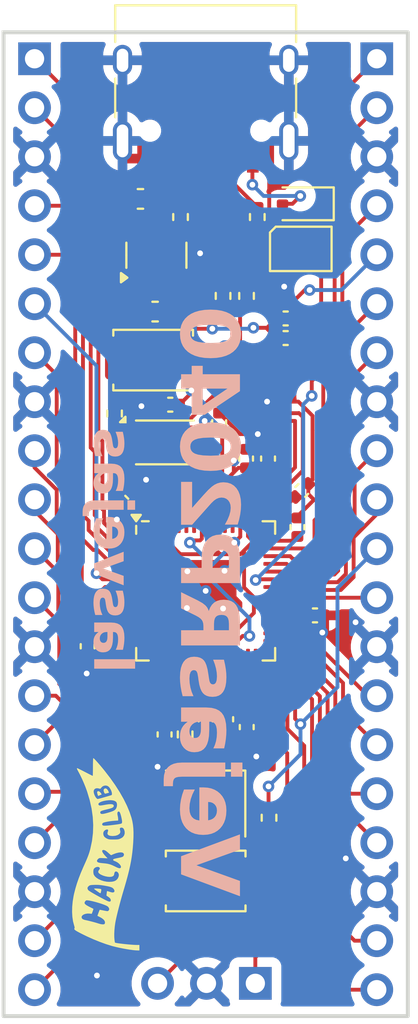
<source format=kicad_pcb>
(kicad_pcb (version 20241229) (generator "pcbnew") (generator_version "9.0")
  (layers (0 "F.Cu" signal) (2 "B.Cu" signal) (13 "F.Paste" user) (15 "B.Paste" user) (5 "F.SilkS" user "F.Silkscreen") (7 "B.SilkS" user "B.Silkscreen") (1 "F.Mask" user) (3 "B.Mask" user) (25 "Edge.Cuts" user))
  (net 0 "")
  (net 1 "+3V3")
  (net 2 "GND")
  (net 3 "+1V1")
  (net 4 "VBUS")
  (net 5 "Net-(C15-Pad2)")
  (net 6 "XIN")
  (net 7 "Net-(J1-CC2)")
  (net 8 "USB_D-")
  (net 9 "Net-(J1-CC1)")
  (net 10 "USB_D+")
  (net 11 "Net-(R8-Pad1)")
  (net 12 "GPIO16")
  (net 13 "GPIO20")
  (net 14 "GPIO23")
  (net 15 "GPIO17")
  (net 16 "GPIO29_ADC3")
  (net 17 "GPIO26_ADC0")
  (net 18 "GPIO22")
  (net 19 "GPIO24")
  (net 20 "GPIO19")
  (net 21 "GPIO28_ADC2")
  (net 22 "GPIO18")
  (net 23 "GPIO27_ADC1")
  (net 24 "GPIO21")
  (net 25 "GPIO13")
  (net 26 "GPIO8")
  (net 27 "GPIO3")
  (net 28 "GPIO6")
  (net 29 "GPIO11")
  (net 30 "GPIO7")
  (net 31 "GPIO14")
  (net 32 "GPIO10")
  (net 33 "GPIO5")
  (net 34 "GPIO12")
  (net 35 "GPIO15")
  (net 36 "GPIO1")
  (net 37 "GPIO0")
  (net 38 "GPIO4")
  (net 39 "GPIO9")
  (net 40 "GPIO2")
  (net 41 "SWD")
  (net 42 "SWCLK")
  (net 43 "Net-(U1-USB_DP)")
  (net 44 "Net-(U1-USB_DM)")
  (net 45 "XOUT")
  (net 46 "QSPI_SS")
  (net 47 "Net-(R7-Pad1)")
  (net 48 "QSPI_SD02")
  (net 49 "QSPI_SCLK")
  (net 50 "QSPI_SD3")
  (net 51 "Net-(D2-VSS)")
  (net 52 "QSPI_SD0")
  (net 53 "QSPI_SD1")
  (net 55 "LED")
  (net 56 "RUN")
  (footprint "Capacitor_SMD:C_0402_1005Metric" (layer "F.Cu") (at 112.5728 59.2582 -90)
    (property "Reference" "C8" (hide yes))
    (property "Value" "0.1uF")
  )
  (footprint "Capacitor_SMD:C_0402_1005Metric" (layer "F.Cu") (at 120.8376 63.4492 -90)
    (property "Reference" "C12" (hide yes))
    (property "Value" "0.1uF")
  )
  (footprint "Capacitor_SMD:C_0402_1005Metric" (layer "F.Cu") (at 123.698 51.181 45)
    (property "Reference" "C11" (hide yes))
    (property "Value" "0.1uF")
  )
  (footprint "Crystal:Crystal_SMD_3225-4Pin_3.2x2.5mm" (layer "F.Cu") (at 118.704 67.4116 180)
    (property "Reference" "Y1" (hide yes))
    (property "Value" "12MHz")
  )
  (footprint "Resistor_SMD:R_0402_1005Metric" (layer "F.Cu") (at 119.6086 41.0972 -90)
    (property "Reference" "R3" (hide yes))
    (property "Value" "27")
  )
  (footprint "Capacitor_SMD:C_0402_1005Metric" (layer "F.Cu") (at 118.704 63.0428 -90)
    (property "Reference" "C15" (hide yes))
    (property "Value" "33pF")
  )
  (footprint "Capacitor_SMD:C_0402_1005Metric" (layer "F.Cu") (at 116.5704 63.8302 90)
    (property "Reference" "C16" (hide yes))
    (property "Value" "33pF")
  )
  (footprint "Package_SON:Winbond_USON-8-1EP_3x2mm_P0.5mm_EP0.2x1.6mm" (layer "F.Cu") (at 116.586 48.6918)
    (property "Reference" "U3" (hide yes))
    (property "Value" "W25Q128JVS")
  )
  (footprint "Connector_USB:USB_C_Receptacle_HRO_TYPE-C-31-M-12" (layer "F.Cu") (at 118.704 29.932 180)
    (property "Reference" "J1" (hide yes))
    (property "Value" "USB_C_Receptacle_USB2.0_14P" (hide yes))
  )
  (footprint "Resistor_SMD:R_0402_1005Metric" (layer "F.Cu") (at 117.3988 37.0078 -90)
    (property "Reference" "R2" (hide yes))
    (property "Value" "5.1K")
  )
  (footprint "Capacitor_SMD:C_0603_1608Metric" (layer "F.Cu") (at 116.078 41.91 180)
    (property "Reference" "C14" (hide yes))
    (property "Value" "10uF")
  )
  (footprint "Resistor_SMD:R_0402_1005Metric" (layer "F.Cu") (at 121.3866 37.0078 -90)
    (property "Reference" "R1" (hide yes))
    (property "Value" "5.1K")
  )
  (footprint "Diode_SMD:D_SOD-323" (layer "F.Cu") (at 123.7488 36.322 180)
    (property "Reference" "D3" (hide yes))
    (property "Value" "1N4148")
  )
  (footprint "Capacitor_SMD:C_0603_1608Metric" (layer "F.Cu") (at 115.316 36.068 180)
    (property "Reference" "C13" (hide yes))
    (property "Value" "10uF")
  )
  (footprint "Button_Switch_SMD:SW_Push_SPST_NO_Alps_SKRK" (layer "F.Cu") (at 118.704 71.4248)
    (property "Reference" "SW2" (hide yes))
    (property "Value" "SW_Push")
  )
  (footprint "Resistor_SMD:R_0402_1005Metric" (layer "F.Cu") (at 121.9962 68.1482 90)
    (property "Reference" "R8" (hide yes))
    (property "Value" "1K")
  )
  (footprint "Capacitor_SMD:C_0402_1005Metric" (layer "F.Cu") (at 124.3838 57.658)
    (property "Reference" "C4" (hide yes))
    (property "Value" "0.1uF")
  )
  (footprint "Package_DFN_QFN:QFN-56-1EP_7x7mm_P0.4mm_EP3.2x3.2mm" (layer "F.Cu") (at 118.704 56.388)
    (property "Reference" "U1" (hide yes))
    (property "Value" "RP2040")
  )
  (footprint "Resistor_SMD:R_0402_1005Metric" (layer "F.Cu") (at 120.8278 41.0972 -90)
    (property "Reference" "R4" (hide yes))
    (property "Value" "27")
  )
  (footprint "Button_Switch_SMD:SW_Push_SPST_NO_Alps_SKRK" (layer "F.Cu") (at 115.9764 44.4246)
    (property "Reference" "SW1" (hide yes))
    (property "Value" "SW_Push")
  )
  (footprint "Capacitor_SMD:C_0402_1005Metric" (layer "F.Cu") (at 122.8598 43.2816)
    (property "Reference" "C2" (hide yes))
    (property "Value" "0.1uF")
  )
  (footprint "Capacitor_SMD:C_0402_1005Metric" (layer "F.Cu") (at 116.8654 46.736 180)
    (property "Reference" "C17" (hide yes))
    (property "Value" "0.1uF")
  )
  (footprint "Resistor_SMD:R_0402_1005Metric" (layer "F.Cu") (at 119.3292 45.5422 -90)
    (property "Reference" "R7" (hide yes))
    (property "Value" "1K")
  )
  (footprint "Capacitor_SMD:C_0402_1005Metric" (layer "F.Cu") (at 122.8598 42.2656)
    (property "Reference" "C1" (hide yes))
    (property "Value" "1uF")
  )
  (footprint "Resistor_SMD:R_0402_1005Metric" (layer "F.Cu") (at 117.6372 63.8302 90)
    (property "Reference" "R5" (hide yes))
    (property "Value" "1K")
  )
  (footprint "Capacitor_SMD:C_0402_1005Metric" (layer "F.Cu") (at 120.8024 49.53 90)
    (property "Reference" "C6" (hide yes))
    (property "Value" "0.1uF")
  )
  (footprint "Capacitor_SMD:C_0402_1005Metric" (layer "F.Cu") (at 119.4054 47.6504 90)
    (property "Reference" "C10" (hide yes))
    (property "Value" "1uF")
  )
  (footprint "Capacitor_SMD:C_0402_1005Metric" (layer "F.Cu") (at 119.7708 63.0428 -90)
    (property "Reference" "C9" (hide yes))
    (property "Value" "0.1uF")
  )
  (footprint "Capacitor_SMD:C_0402_1005Metric" (layer "F.Cu") (at 123.4694 53.086 90)
    (property "Reference" "C3" (hide yes))
    (property "Value" "0.1uF")
  )
  (footprint "Capacitor_SMD:C_0402_1005Metric" (layer "F.Cu") (at 121.9454 49.53 90)
    (property "Reference" "C5" (hide yes))
    (property "Value" "0.1uF")
  )
  (footprint "Resistor_SMD:R_0402_1005Metric" (layer "F.Cu") (at 113.9698 47.1932 -90)
    (property "Reference" "R6" (hide yes))
    (property "Value" "10K")
  )
  (footprint "Capacitor_SMD:C_0402_1005Metric" (layer "F.Cu") (at 114.3508 51.7906 135)
    (property "Reference" "C7" (hide yes))
    (property "Value" "0.1uF")
  )
  (footprint "LOGO" (layer "F.Cu") (at 113.5126 70.0278 90)
    (property "Reference" "G***" (hide yes))
    (property "Value" "LOGO" (hide yes))
  )
  (footprint "LED_SMD:LED_WS2812B-2020_PLCC4_2.0x2.0mm" (layer "F.Cu") (at 123.6472 38.6588)
    (property "Reference" "D2" (hide yes))
    (property "Value" "WS2812B-2020")
  )
  (footprint "Package_TO_SOT_SMD:SOT-23" (layer "F.Cu") (at 116.144 38.989 90)
    (property "Reference" "U4" (hide yes))
    (property "Value" "MCP1700x-330xxTT")
  )
  (footprint "Connector_PinHeader_2.54mm:PinHeader_1x03_P2.54mm_Vertical" (layer "B.Cu") (at 121.285 76.7334 90)
    (property "Reference" "J4" (hide yes))
    (property "Value" "Conn_01x03_Pin" (hide yes))
  )
  (footprint "Connector_PinHeader_2.54mm:PinHeader_1x20_P2.54mm_Vertical" (layer "B.Cu") (at 109.814 28.802 180)
    (property "Reference" "J3" (hide yes))
    (property "Value" "Conn_01x20_Pin" (hide yes))
  )
  (footprint "Connector_PinHeader_2.54mm:PinHeader_1x20_P2.54mm_Vertical" (layer "B.Cu") (at 127.594 28.802 180)
    (property "Reference" "J2" (hide yes))
    (property "Value" "Conn_01x20_Pin" (hide yes))
  )
  (gr_rect (start 108.204 27.432) (end 129.204 78.432) (stroke (width 0.2)) (fill no) (layer "Edge.Cuts"))
  (gr_text "VejasRP2040" (at 116.9162 72.2376 270) (layer "B.SilkS") (effects (font (size 3 3) (thickness 0.3) (bold yes)) (justify left bottom mirror)))
  (gr_text "lasvejas" (at 112.5728 60.6552 270) (layer "B.SilkS") (effects (font (size 2 2) (thickness 0.3) (bold yes)) (justify left bottom mirror)))
  (segment (start 119.304 52.9505) (end 119.304 54.3348) (width 0.2) (layer "F.Cu") (net 1))
  (segment (start 119.304 54.3348) (end 119.4562 54.487) (width 0.2) (layer "F.Cu") (net 1))
  (segment (start 121.6152 57.404) (end 121.6312 57.388) (width 0.2) (layer "F.Cu") (net 1))
  (segment (start 120.163999 50.244601) (end 120.0277 50.3809) (width 0.2) (layer "F.Cu") (net 1))
  (segment (start 121.1834 42.7482) (end 121.8464 42.7482) (width 0.2) (layer "F.Cu") (net 1))
  (segment (start 118.904 52.9505) (end 118.904 51.5046) (width 0.2) (layer "F.Cu") (net 1))
  (segment (start 121.2088 53.788) (end 120.9629 54.0339) (width 0.2) (layer "F.Cu") (net 1))
  (segment (start 124.1044 40.7924) (end 123.853 40.7924) (width 0.2) (layer "F.Cu") (net 1))
  (segment (start 119.662 62.5628) (end 118.904 61.8048) (width 0.2) (layer "F.Cu") (net 1))
  (segment (start 118.904 54.3158) (end 119.0752 54.487) (width 0.2) (layer "F.Cu") (net 1))
  (segment (start 116.6876 54.1782) (end 116.6876 53.788) (width 0.2) (layer "F.Cu") (net 1))
  (segment (start 120.5098 54.487) (end 120.9629 54.0339) (width 0.2) (layer "F.Cu") (net 1))
  (segment (start 121.5552 53.788) (end 122.1415 53.788) (width 0.2) (layer "F.Cu") (net 1))
  (segment (start 119.303 52.9505) (end 119.303 51.8764) (width 0.2) (layer "F.Cu") (net 1))
  (segment (start 114.690211 53.069811) (end 114.690211 52.13001) (width 0.2) (layer "F.Cu") (net 1))
  (segment (start 114.8842 53.6956) (end 114.8842 53.2638) (width 0.2) (layer "F.Cu") (net 1))
  (segment (start 119.303 51.8764) (end 120.1854 50.994) (width 0.2) (layer "F.Cu") (net 1))
  (segment (start 121.9454 50.5714) (end 121.9454 50.01) (width 0.2) (layer "F.Cu") (net 1))
  (segment (start 113.792 46.6832) (end 114.3502 46.125) (width 0.2) (layer "F.Cu") (net 1))
  (segment (start 121.8972 42.7482) (end 122.3798 42.2656) (width 0.2) (layer "F.Cu") (net 1))
  (segment (start 121.2088 56.7182) (end 121.2088 56.9976) (width 0.2) (layer "F.Cu") (net 1))
  (segment (start 117.987936 42.799) (end 118.2878 42.799) (width 0.2) (layer "F.Cu") (net 1))
  (segment (start 117.9576 46.1238) (end 117.3454 46.736) (width 0.2) (layer "F.Cu") (net 1))
  (segment (start 114.3502 46.125) (end 116.459 46.125) (width 0.2) (layer "F.Cu") (net 1))
  (segment (start 116.853 41.91) (end 117.742 42.799) (width 0.2) (layer "F.Cu") (net 1))
  (segment (start 115.2665 53.788) (end 114.9766 53.788) (width 0.2) (layer "F.Cu") (net 1))
  (segment (start 114.8842 53.2638) (end 114.690211 53.069811) (width 0.2) (layer "F.Cu") (net 1))
  (segment (start 116.459 44.327936) (end 117.987936 42.799) (width 0.2) (layer "F.Cu") (net 1))
  (segment (start 120.904 52.9505) (end 120.904 53.5594) (width 0.2) (layer "F.Cu") (net 1))
  (segment (start 119.7708 62.5628) (end 119.662 62.5628) (width 0.2) (layer "F.Cu") (net 1))
  (segment (start 121.304 53.5368) (end 121.5552 53.788) (width 0.2) (layer "F.Cu") (net 1))
  (segment (start 120.163999 49.630006) (end 120.163999 50.244601) (width 0.2) (layer "F.Cu") (net 1))
  (segment (start 120.1854 50.994) (end 121.5228 50.994) (width 0.2) (layer "F.Cu") (net 1))
  (segment (start 116.459 46.125) (end 116.7344 46.125) (width 0.2) (layer "F.Cu") (net 1))
  (segment (start 121.304 52.9505) (end 121.304 53.5368) (width 0.2) (layer "F.Cu") (net 1))
  (segment (start 112.7143 58.7782) (end 113.63545 57.85705) (width 0.2) (layer "F.Cu") (net 1))
  (segment (start 122.1415 53.788) (end 123.2474 53.788) (width 0.2) (layer "F.Cu") (net 1))
  (segment (start 120.7008 56.2102) (end 121.2088 56.7182) (width 0.2) (layer "F.Cu") (net 1))
  (segment (start 115.2665 53.788) (end 116.6876 53.788) (width 0.2) (layer "F.Cu") (net 1))
  (segment (start 121.1834 42.7482) (end 121.8972 42.7482) (width 0.2) (layer "F.Cu") (net 1))
  (segment (start 119.507 50.9016) (end 120.0277 50.3809) (width 0.2) (layer "F.Cu") (net 1))
  (segment (start 122.1415 57.388) (end 123.6338 57.388) (width 0.2) (layer "F.Cu") (net 1))
  (segment (start 118.011 47.9418) (end 118.288129 47.9418) (width 0.2) (layer "F.Cu") (net 1))
  (segment (start 120.1928 58.547) (end 121.2088 57.531) (width 0.2) (layer "F.Cu") (net 1))
  (segment (start 118.904 59.8255) (end 118.904 58.8452) (width 0.2) (layer "F.Cu") (net 1))
  (segment (start 121.2088 53.788) (end 122.1415 53.788) (width 0.2) (layer "F.Cu") (net 1))
  (segment (start 116.1542 54.7116) (end 116.6876 54.1782) (width 0.2) (layer "F.Cu") (net 1))
  (segment (start 113.63545 57.85705) (end 114.1045 57.388) (width 0.2) (layer "F.Cu") (net 1))
  (segment (start 121.2088 56.9976) (end 121.6152 57.404) (width 0.2) (layer "F.Cu") (net 1))
  (segment (start 116.853 41.91) (end 116.853 40.1675) (width 0.2) (layer "F.Cu") (net 1))
  (segment (start 119.0752 54.487) (end 119.4562 54.487) (width 0.2) (layer "F.Cu") (net 1))
  (segment (start 121.1326 53.788) (end 121.2088 53.788) (width 0.2) (layer "F.Cu") (net 1))
  (segment (start 117.742 42.799) (end 118.2878 42.799) (width 0.2) (layer "F.Cu") (net 1))
  (segment (start 118.288129 47.9418) (end 118.651399 47.57853) (width 0.2) (layer "F.Cu") (net 1))
  (segment (start 120.7008 54.296) (end 120.7008 56.2102) (width 0.2) (layer "F.Cu") (net 1))
  (segment (start 116.459 46.125) (end 116.459 44.327936) (width 0.2) (layer "F.Cu") (net 1))
  (segment (start 123.2474 53.788) (end 123.4694 53.566) (width 0.2) (layer "F.Cu") (net 1))
  (segment (start 120.9629 54.0339) (end 120.7008 54.296) (width 0.2) (layer "F.Cu") (net 1))
  (segment (start 117.3866 54.487) (end 119.0752 54.487) (width 0.2) (layer "F.Cu") (net 1))
  (segment (start 115.2665 57.388) (end 115.967 57.388) (width 0.2) (layer "F.Cu") (net 1))
  (segment (start 115.967 57.388) (end 116.1542 57.2008) (width 0.2) (layer "F.Cu") (net 1))
  (segment (start 120.3986 50.01) (end 120.8024 50.01) (width 0.2) (layer "F.Cu") (net 1))
  (segment (start 116.6876 53.788) (end 117.3866 54.487) (width 0.2) (layer "F.Cu") (net 1))
  (segment (start 114.1045 57.388) (end 115.2665 57.388) (width 0.2) (layer "F.Cu") (net 1))
  (segment (start 116.853 40.1675) (end 117.094 39.9265) (width 0.2) (layer "F.Cu") (net 1))
  (segment (start 121.2088 57.531) (end 121.2088 56.7182) (width 0.2) (layer "F.Cu") (net 1))
  (segment (start 118.904 52.9505) (end 118.904 54.3158) (width 0.2) (layer "F.Cu") (net 1))
  (segment (start 123.6338 57.388) (end 123.9038 57.658) (width 0.2) (layer "F.Cu") (net 1))
  (segment (start 119.2022 58.547) (end 120.1928 58.547) (width 0.2) (layer "F.Cu") (net 1))
  (segment (start 118.2878 42.799) (end 119.0498 42.799) (width 0.2) (layer "F.Cu") (net 1))
  (segment (start 119.126 51.2826) (end 119.507 50.9016) (width 0.2) (layer "F.Cu") (net 1))
  (segment (start 117.9576 45.9994) (end 117.9576 46.1238) (width 0.2) (layer "F.Cu") (net 1))
  (segment (start 121.5228 50.994) (end 121.9454 50.5714) (width 0.2) (layer "F.Cu") (net 1))
  (segment (start 121.6312 57.388) (end 122.1415 57.388) (width 0.2) (layer "F.Cu") (net 1))
  (segment (start 120.0277 50.3809) (end 120.3986 50.01) (width 0.2) (layer "F.Cu") (net 1))
  (segment (start 116.1542 57.2008) (end 116.1542 54.7116) (width 0.2) (layer "F.Cu") (net 1))
  (segment (start 118.904 58.8452) (end 119.2022 58.547) (width 0.2) (layer "F.Cu") (net 1))
  (segment (start 123.853 40.7924) (end 122.3798 42.2656) (width 0.2) (layer "F.Cu") (net 1))
  (segment (start 119.4562 54.487) (end 120.5098 54.487) (width 0.2) (layer "F.Cu") (net 1))
  (segment (start 121.8464 42.7482) (end 122.3798 43.2816) (width 0.2) (layer "F.Cu") (net 1))
  (segment (start 118.904 61.8048) (end 118.904 59.8255) (width 0.2) (layer "F.Cu") (net 1))
  (segment (start 114.9766 53.788) (end 114.8842 53.6956) (width 0.2) (layer "F.Cu") (net 1))
  (segment (start 116.7344 46.125) (end 117.3454 46.736) (width 0.2) (layer "F.Cu") (net 1))
  (segment (start 112.5728 58.7782) (end 112.7143 58.7782) (width 0.2) (layer "F.Cu") (net 1))
  (segment (start 120.904 53.5594) (end 121.1326 53.788) (width 0.2) (layer "F.Cu") (net 1))
  (segment (start 118.904 51.5046) (end 119.126 51.2826) (width 0.2) (layer "F.Cu") (net 1))
  (via (at 117.9576 45.9994) (size 0.6) (drill 0.3) (layers "F.Cu" "B.Cu") (net 1))
  (via (at 118.651399 47.57853) (size 0.6) (drill 0.3) (layers "F.Cu" "B.Cu") (net 1))
  (via (at 120.163999 49.630006) (size 0.6) (drill 0.3) (layers "F.Cu" "B.Cu") (net 1))
  (via (at 121.1834 42.7482) (size 0.6) (drill 0.3) (layers "F.Cu" "B.Cu") (net 1))
  (via (at 124.1044 40.7924) (size 0.6) (drill 0.3) (layers "F.Cu" "B.Cu") (net 1))
  (via (at 119.0498 42.799) (size 0.6) (drill 0.3) (layers "F.Cu" "B.Cu") (net 1))
  (segment (start 118.651399 46.693199) (end 117.9576 45.9994) (width 0.2) (layer "B.Cu") (net 1))
  (segment (start 118.651399 47.117) (end 118.651399 46.693199) (width 0.2) (layer "B.Cu") (net 1))
  (segment (start 118.651399 47.57853) (end 118.651399 47.117) (width 0.2) (layer "B.Cu") (net 1))
  (segment (start 119.0498 42.799) (end 121.1326 42.799) (width 0.2) (layer "B.Cu") (net 1))
  (segment (start 118.651399 47.117) (end 120.163999 48.6296) (width 0.2) (layer "B.Cu") (net 1))
  (segment (start 121.1326 42.799) (end 121.1834 42.7482) (width 0.2) (layer "B.Cu") (net 1))
  (segment (start 124.1044 40.7924) (end 125.7636 40.7924) (width 0.2) (layer "B.Cu") (net 1))
  (segment (start 125.7636 40.7924) (end 127.594 38.962) (width 0.2) (layer "B.Cu") (net 1))
  (segment (start 120.163999 48.6296) (end 120.163999 49.630006) (width 0.2) (layer "B.Cu") (net 1))
  (segment (start 115.443 46.736) (end 115.3668 46.8122) (width 0.2) (layer "F.Cu") (net 2))
  (segment (start 124.0122 38.1088) (end 123.8704 38.2506) (width 0.2) (layer "F.Cu") (net 2))
  (segment (start 122.0076 36.8968) (end 121.3866 37.5178) (width 0.2) (layer "F.Cu") (net 2))
  (segment (start 124.333 51.6636) (end 124.037411 51.368011) (width 0.2) (layer "F.Cu") (net 2))
  (segment (start 118.8108 62.5628) (end 119.7708 63.5228) (width 0.2) (layer "F.Cu") (net 2))
  (segment (start 114.011389 52.609261) (end 114.090211 52.688083) (width 0.2) (layer "F.Cu") (net 2))
  (segment (start 123.8704 39.5278) (end 122.7836 40.6146) (width 0.2) (layer "F.Cu") (net 2))
  (segment (start 112.522 59.789) (end 112.5728 59.7382) (width 0.2) (layer "F.Cu") (net 2))
  (segment (start 123.4694 52.606) (end 123.4694 52.5272) (width 0.2) (layer "F.Cu") (net 2))
  (segment (start 120.495 48.26) (end 121.412 48.26) (width 0.2) (layer "F.Cu") (net 2))
  (segment (start 119.7708 63.5228) (end 120.4312 63.5228) (width 0.2) (layer "F.Cu") (net 2))
  (segment (start 124.2568 47.3119) (end 124.2568 48.0568) (width 0.2) (layer "F.Cu") (net 2))
  (segment (start 115.697 49.9778) (end 115.161 49.4418) (width 0.2) (layer "F.Cu") (net 2))
  (segment (start 123.8704 38.2506) (end 123.8704 39.5278) (width 0.2) (layer "F.Cu") (net 2))
  (segment (start 121.9454 48.7934) (end 121.412 48.26) (width 0.2) (layer "F.Cu") (net 2))
  (segment (start 112.522 60.6702) (end 112.522 59.789) (width 0.2) (layer "F.Cu") (net 2))
  (segment (start 120.8024 49.05) (end 120.8024 48.8696) (width 0.2) (layer "F.Cu") (net 2))
  (segment (start 116.5704 64.3102) (end 116.5704 65.1412) (width 0.2) (layer "F.Cu") (net 2))
  (segment (start 122.0076 34.0306) (end 122.0076 36.8968) (width 0.2) (layer "F.Cu") (net 2))
  (segment (start 118.704 62.5628) (end 118.8108 62.5628) (width 0.2) (layer "F.Cu") (net 2))
  (segment (start 119.4054 47.1704) (end 120.495 48.26) (width 0.2) (layer "F.Cu") (net 2))
  (segment (start 124.037411 51.368011) (end 124.037411 50.841589) (width 0.2) (layer "F.Cu") (net 2))
  (segment (start 121.954 33.977) (end 122.0076 34.0306) (width 0.2) (layer "F.Cu") (net 2))
  (segment (start 115.303 41.91) (end 115.303 40.0355) (width 0.2) (layer "F.Cu") (net 2))
  (segment (start 112.5474 60.6448) (end 112.522 60.6702) (width 0.2) (layer "F.Cu") (net 2))
  (segment (start 123.4694 52.5272) (end 124.333 51.6636) (width 0.2) (layer "F.Cu") (net 2))
  (segment (start 116.3854 46.736) (end 115.443 46.736) (width 0.2) (layer "F.Cu") (net 2))
  (segment (start 123.52125 46.57635) (end 124.2568 47.3119) (width 0.2) (layer "F.Cu") (net 2))
  (segment (start 118.704 58.2578) (end 118.704 56.388) (width 0.2) (layer "F.Cu") (net 2))
  (segment (start 124.5622 38.1088) (end 124.0122 38.1088) (width 0.2) (layer "F.Cu") (net 2))
  (segment (start 124.2568 50.6222) (end 124.2568 48.0568) (width 0.2) (layer "F.Cu") (net 2))
  (segment (start 114.011389 51.45119) (end 114.011389 52.609261) (width 0.2) (layer "F.Cu") (net 2))
  (segment (start 124.037411 50.841589) (end 124.2568 50.6222) (width 0.2) (layer "F.Cu") (net 2))
  (segment (start 115.303 40.0355) (end 115.194 39.9265) (width 0.2) (layer "F.Cu") (net 2))
  (segment (start 120.8024 48.8696) (end 121.412 48.26) (width 0.2) (layer "F.Cu") (net 2))
  (segment (start 115.697 50.53884) (end 115.697 49.9778) (width 0.2) (layer "F.Cu") (net 2))
  (segment (start 115.608068 50.627772) (end 115.697 50.53884) (width 0.2) (layer "F.Cu") (net 2))
  (segment (start 117.704 59.2578) (end 118.704 58.2578) (width 0.2) (layer "F.Cu") (net 2))
  (segment (start 117.704 59.8255) (end 117.704 59.2578) (width 0.2) (layer "F.Cu") (net 2))
  (segment (start 120.4312 63.5228) (end 120.8376 63.9292) (width 0.2) (layer "F.Cu") (net 2))
  (segment (start 121.8946 46.57635) (end 123.52125 46.57635) (width 0.2) (layer "F.Cu") (net 2))
  (segment (start 121.9454 49.05) (end 121.9454 48.7934) (width 0.2) (layer "F.Cu") (net 2))
  (segment (start 116.5704 65.1412) (end 116.205 65.5066) (width 0.2) (layer "F.Cu") (net 2))
  (via (at 117.729 57.277) (size 0.6) (drill 0.3) (layers "F.Cu" "B.Cu") (net 2))
  (via (at 114.090211 52.688083) (size 0.6) (drill 0.3) (layers "F.Cu" "B.Cu") (net 2))
  (via (at 113.0554 76.327) (size 0.6) (drill 0.3) (layers "F.Cu" "B.Cu") (net 2))
  (via (at 115.608068 50.627772) (size 0.6) (drill 0.3) (layers "F.Cu" "B.Cu") (net 2))
  (via (at 119.6848 55.3466) (size 0.6) (drill 0.3) (layers "F.Cu" "B.Cu") (net 2))
  (via (at 118.4148 38.8874) (size 0.6) (drill 0.3) (layers "F.Cu" "B.Cu") (net 2))
  (via (at 126.492 58.0136) (size 0.6) (drill 0.3) (layers "F.Cu" "B.Cu") (net 2))
  (via (at 116.205 65.5066) (size 0.6) (drill 0.3) (layers "F.Cu" "B.Cu") (net 2))
  (via (at 122.7836 40.6146) (size 0.6) (drill 0.3) (layers "F.Cu" "B.Cu") (net 2))
  (via (at 115.3668 46.8122) (size 0.6) (drill 0.3) (layers "F.Cu" "B.Cu") (net 2))
  (via (at 124.7648 58.547) (size 0.6) (drill 0.3) (layers "F.Cu" "B.Cu") (net 2))
  (via (at 121.412 48.26) (size 0.6) (drill 0.3) (layers "F.Cu" "B.Cu") (net 2))
  (via (at 125.984 70.2564) (size 0.6) (drill 0.3) (layers "F.Cu" "B.Cu") (net 2))
  (via (at 117.7544 55.372) (size 0.6) (drill 0.3) (layers "F.Cu" "B.Cu") (net 2))
  (via (at 112.522 60.6702) (size 0.6) (drill 0.3) (layers "F.Cu" "B.Cu") (net 2))
  (via (at 121.3358 64.9732) (size 0.6) (drill 0.3) (layers "F.Cu" "B.Cu") (net 2))
  (via (at 119.6086 57.3024) (size 0.6) (drill 0.3) (layers "F.Cu" "B.Cu") (net 2))
  (via (at 121.8946 46.57635) (size 0.6) (drill 0.3) (layers "F.Cu" "B.Cu") (net 2))
  (via (at 118.704 56.388) (size 0.6) (drill 0.3) (layers "F.Cu" "B.Cu") (net 2))
  (segment (start 118.504 51.3204) (end 118.872 50.9524) (width 0.2) (layer "F.Cu") (net 3))
  (segment (start 120.5738 52.3494) (end 120.504 52.4192) (width 0.2) (layer "F.Cu") (net 3))
  (segment (start 117.9966 53.7718) (end 117.8814 53.887) (width 0.2) (layer "F.Cu") (net 3))
  (segment (start 120.9802 58.7248) (end 120.6246 58.7248) (width 0.2) (layer "F.Cu") (net 3))
  (segment (start 118.504 52.9505) (end 118.504 53.6826) (width 0.2) (layer "F.Cu") (net 3))
  (segment (start 119.4816 58.9534) (end 119.304 59.131) (width 0.2) (layer "F.Cu") (net 3))
  (segment (start 120.504 52.9505) (end 120.504 53.5758) (width 0.2) (layer "F.Cu") (net 3))
  (segment (start 122.682 52.197) (end 120.6837 52.197) (width 0.2) (layer "F.Cu") (net 3))
  (segment (start 118.504 52.9505) (end 118.504 51.3204) (width 0.2) (layer "F.Cu") (net 3))
  (segment (start 120.8376 62.9692) (end 120.8376 62.689201) (width 0.2) (layer "F.Cu") (net 3))
  (segment (start 119.564 48.289) (end 119.564 50.2604) (width 0.2) (layer "F.Cu") (net 3))
  (segment (start 119.304 59.131) (end 119.304 59.8255) (width 0.2) (layer "F.Cu") (net 3))
  (segment (start 119.304 61.6206) (end 119.6086 61.9252) (width 0.2) (layer "F.Cu") (net 3))
  (segment (start 119.4054 48.1304) (end 119.564 48.289) (width 0.2) (layer "F.Cu") (net 3))
  (segment (start 120.504 53.5758) (end 120.1928 53.887) (width 0.2) (layer "F.Cu") (net 3))
  (segment (start 123.358589 51.520411) (end 122.682 52.197) (width 0.2) (layer "F.Cu") (net 3))
  (segment (start 120.504 52.4192) (end 120.504 52.9505) (width 0.2) (layer "F.Cu") (net 3))
  (segment (start 119.304 59.8255) (end 119.304 61.6206) (width 0.2) (layer "F.Cu") (net 3))
  (segment (start 118.4148 53.7718) (end 117.9966 53.7718) (width 0.2) (layer "F.Cu") (net 3))
  (segment (start 120.5738 52.3069) (end 120.5738 52.3494) (width 0.2) (layer "F.Cu") (net 3))
  (segment (start 120.6246 58.7248) (end 120.396 58.9534) (width 0.2) (layer "F.Cu") (net 3))
  (segment (start 120.6837 52.197) (end 120.5738 52.3069) (width 0.2) (layer "F.Cu") (net 3))
  (segment (start 120.396 58.9534) (end 119.4816 58.9534) (width 0.2) (layer "F.Cu") (net 3))
  (segment (start 120.073599 61.9252) (end 119.6086 61.9252) (width 0.2) (layer "F.Cu") (net 3))
  (segment (start 119.564 50.2604) (end 118.872 50.9524) (width 0.2) (layer "F.Cu") (net 3))
  (segment (start 118.504 53.6826) (end 118.4148 53.7718) (width 0.2) (layer "F.Cu") (net 3))
  (segment (start 120.8376 62.689201) (end 120.073599 61.9252) (width 0.2) (layer "F.Cu") (net 3))
  (via (at 120.1928 53.887) (size 0.6) (drill 0.3) (layers "F.Cu" "B.Cu") (net 3))
  (via (at 120.9802 58.7248) (size 0.6) (drill 0.3) (layers "F.Cu" "B.Cu") (net 3))
  (via (at 117.8814 53.887) (size 0.6) (drill 0.3) (layers "F.Cu" "B.Cu") (net 3))
  (segment (start 118.952943 54.958543) (end 118.952943 55.5244) (width 0.2) (layer "B.Cu") (net 3))
  (segment (start 120.9802 57.814257) (end 120.9802 58.7248) (width 0.2) (layer "B.Cu") (net 3))
  (segment (start 118.952943 55.5244) (end 118.952943 55.787) (width 0.2) (layer "B.Cu") (net 3))
  (segment (start 120.1928 53.887) (end 118.952943 55.126857) (width 0.2) (layer "B.Cu") (net 3))
  (segment (start 117.8814 53.887) (end 118.952943 54.958543) (width 0.2) (layer "B.Cu") (net 3))
  (segment (start 118.952943 55.787) (end 120.9802 57.814257) (width 0.2) (layer "B.Cu") (net 3))
  (segment (start 120.2374 32.2834) (end 117.3226 32.2834) (width 0.2) (layer "F.Cu") (net 4))
  (segment (start 121.154 33.977) (end 121.154 33.2) (width 0.2) (layer "F.Cu") (net 4))
  (segment (start 121.1326 33.9984) (end 121.154 33.977) (width 0.2) (layer "F.Cu") (net 4))
  (segment (start 116.091 36.068) (end 116.091 34.14) (width 0.2) (layer "F.Cu") (net 4))
  (segment (start 121.154 33.2) (end 120.3929 32.4389) (width 0.2) (layer "F.Cu") (net 4))
  (segment (start 123.2154 36.322) (end 123.6218 35.9156) (width 0.2) (layer "F.Cu") (net 4))
  (segment (start 121.1326 35.3314) (end 121.1326 33.9984) (width 0.2) (layer "F.Cu") (net 4))
  (segment (start 120.3929 32.4389) (end 120.2374 32.2834) (width 0.2) (layer "F.Cu") (net 4))
  (segment (start 116.254 33.352) (end 116.254 33.977) (width 0.2) (layer "F.Cu") (net 4))
  (segment (start 117.3226 32.2834) (end 116.254 33.352) (width 0.2) (layer "F.Cu") (net 4))
  (segment (start 116.144 38.0515) (end 116.144 36.121) (width 0.2) (layer "F.Cu") (net 4))
  (segment (start 121.6914 31.1404) (end 125.2556 31.1404) (width 0.2) (layer "F.Cu") (net 4))
  (segment (start 116.091 34.14) (end 116.254 33.977) (width 0.2) (layer "F.Cu") (net 4))
  (segment (start 120.3929 32.4389) (end 121.6914 31.1404) (width 0.2) (layer "F.Cu") (net 4))
  (segment (start 125.2556 31.1404) (end 127.594 28.802) (width 0.2) (layer "F.Cu") (net 4))
  (segment (start 116.144 36.121) (end 116.091 36.068) (width 0.2) (layer "F.Cu") (net 4))
  (segment (start 122.6988 36.322) (end 123.2154 36.322) (width 0.2) (layer "F.Cu") (net 4))
  (via (at 121.1326 35.3314) (size 0.6) (drill 0.3) (layers "F.Cu" "B.Cu") (net 4))
  (via (at 123.6218 35.9156) (size 0.6) (drill 0.3) (layers "F.Cu" "B.Cu") (net 4))
  (segment (start 121.7168 35.9156) (end 121.1326 35.3314) (width 0.2) (layer "B.Cu") (net 4))
  (segment (start 123.6218 35.9156) (end 121.7168 35.9156) (width 0.2) (layer "B.Cu") (net 4))
  (segment (start 117.6372 64.3948) (end 119.804 66.5616) (width 0.2) (layer "F.Cu") (net 5))
  (segment (start 117.8866 64.3402) (end 118.704 63.5228) (width 0.2) (layer "F.Cu") (net 5))
  (segment (start 117.6372 64.3402) (end 117.6372 64.3948) (width 0.2) (layer "F.Cu") (net 5))
  (segment (start 117.6372 64.3402) (end 117.8866 64.3402) (width 0.2) (layer "F.Cu") (net 5))
  (segment (start 116.5704 62.8806) (end 118.104 61.347) (width 0.2) (layer "F.Cu") (net 6))
  (segment (start 116.5704 62.8806) (end 116.5704 63.1724) (width 0.2) (layer "F.Cu") (net 6))
  (segment (start 115.1636 64.757) (end 116.5704 63.3502) (width 0.2) (layer "F.Cu") (net 6))
  (segment (start 115.8612 68.2616) (end 115.1636 67.564) (width 0.2) (layer "F.Cu") (net 6))
  (segment (start 117.604 68.2616) (end 115.8612 68.2616) (width 0.2) (layer "F.Cu") (net 6))
  (segment (start 115.1636 67.564) (end 115.1636 64.757) (width 0.2) (layer "F.Cu") (net 6))
  (segment (start 118.104 61.347) (end 118.104 59.8255) (width 0.2) (layer "F.Cu") (net 6))
  (segment (start 116.5704 63.3502) (end 116.5704 62.8806) (width 0.2) (layer "F.Cu") (net 6))
  (segment (start 116.954 36.053) (end 116.954 33.977) (width 0.2) (layer "F.Cu") (net 7))
  (segment (start 117.3988 36.4978) (end 116.954 36.053) (width 0.2) (layer "F.Cu") (net 7))
  (segment (start 120.65 36.703) (end 119.454 35.507) (width 0.2) (layer "F.Cu") (net 8))
  (segment (start 119.454 33.0686) (end 119.454 33.977) (width 0.2) (layer "F.Cu") (net 8))
  (segment (start 120.65 38.9382) (end 120.65 36.703) (width 0.2) (layer "F.Cu") (net 8))
  (segment (start 120.8278 39.116) (end 120.65 38.9382) (width 0.2) (layer "F.Cu") (net 8))
  (segment (start 119.454 35.507) (end 119.454 33.977) (width 0.2) (layer "F.Cu") (net 8))
  (segment (start 120.8278 40.5872) (end 120.8278 39.116) (width 0.2) (layer "F.Cu") (net 8))
  (segment (start 118.503 32.951) (end 119.3364 32.951) (width 0.2) (layer "F.Cu") (net 8))
  (segment (start 118.454 33.977) (end 118.454 33) (width 0.2) (layer "F.Cu") (net 8))
  (segment (start 119.3364 32.951) (end 119.454 33.0686) (width 0.2) (layer "F.Cu") (net 8))
  (segment (start 118.454 33) (end 118.503 32.951) (width 0.2) (layer "F.Cu") (net 8))
  (segment (start 119.954 35.0652) (end 119.954 33.977) (width 0.2) (layer "F.Cu") (net 9))
  (segment (start 121.3866 36.4978) (end 119.954 35.0652) (width 0.2) (layer "F.Cu") (net 9))
  (segment (start 117.954 33.977) (end 117.954 35.3822) (width 0.2) (layer "F.Cu") (net 10))
  (segment (start 118.5258 35.3822) (end 117.954 35.3822) (width 0.2) (layer "F.Cu") (net 10))
  (segment (start 117.954 36.11266) (end 119.2022 37.36086) (width 0.2) (layer "F.Cu") (net 10))
  (segment (start 119.2022 40.1808) (end 119.6086 40.5872) (width 0.2) (layer "F.Cu") (net 10))
  (segment (start 117.954 35.3822) (end 117.954 36.11266) (width 0.2) (layer "F.Cu") (net 10))
  (segment (start 119.2022 37.36086) (end 119.2022 40.1808) (width 0.2) (layer "F.Cu") (net 10))
  (segment (start 118.954 34.954) (end 118.5258 35.3822) (width 0.2) (layer "F.Cu") (net 10))
  (segment (start 118.954 33.977) (end 118.954 34.954) (width 0.2) (layer "F.Cu") (net 10))
  (segment (start 120.804 69.8504) (end 121.9962 68.6582) (width 0.2) (layer "F.Cu") (net 11))
  (segment (start 120.804 71.4248) (end 120.804 69.8504) (width 0.2) (layer "F.Cu") (net 11))
  (segment (start 120.904 60.452) (end 121.2796 60.8276) (width 0.2) (layer "F.Cu") (net 12))
  (segment (start 124.2314 75.8952) (end 125.3982 77.062) (width 0.2) (layer "F.Cu") (net 12))
  (segment (start 120.904 59.8255) (end 120.904 60.452) (width 0.2) (layer "F.Cu") (net 12))
  (segment (start 123.0493 60.8276) (end 124.2314 62.0097) (width 0.2) (layer "F.Cu") (net 12))
  (segment (start 125.3982 77.062) (end 127.594 77.062) (width 0.2) (layer "F.Cu") (net 12))
  (segment (start 124.2314 62.0097) (end 124.2314 75.8952) (width 0.2) (layer "F.Cu") (net 12))
  (segment (start 121.2796 60.8276) (end 123.0493 60.8276) (width 0.2) (layer "F.Cu") (net 12))
  (segment (start 125.8408 62.6088) (end 125.8408 61.1641) (width 0.2) (layer "F.Cu") (net 13))
  (segment (start 127.594 64.362) (end 125.8408 62.6088) (width 0.2) (layer "F.Cu") (net 13))
  (segment (start 122.8647 58.188) (end 122.1415 58.188) (width 0.2) (layer "F.Cu") (net 13))
  (segment (start 125.8408 61.1641) (end 122.8647 58.188) (width 0.2) (layer "F.Cu") (net 13))
  (segment (start 126.3904 55.6768) (end 126.3904 53.6194) (width 0.2) (layer "F.Cu") (net 14))
  (segment (start 125.7262 56.341) (end 126.3904 55.6768) (width 0.2) (layer "F.Cu") (net 14))
  (segment (start 123.872 56.341) (end 125.7262 56.341) (width 0.2) (layer "F.Cu") (net 14))
  (segment (start 127.594 52.4158) (end 127.594 51.662) (width 0.2) (layer "F.Cu") (net 14))
  (segment (start 123.625 56.588) (end 123.872 56.341) (width 0.2) (layer "F.Cu") (net 14))
  (segment (start 126.3904 53.6194) (end 127.594 52.4158) (width 0.2) (layer "F.Cu") (net 14))
  (segment (start 122.1415 56.588) (end 123.625 56.588) (width 0.2) (layer "F.Cu") (net 14))
  (segment (start 124.6378 61.849) (end 123.2154 60.4266) (width 0.2) (layer "F.Cu") (net 15))
  (segment (start 127.594 74.522) (end 126.4396 74.522) (width 0.2) (layer "F.Cu") (net 15))
  (segment (start 124.6378 72.7202) (end 124.6378 61.849) (width 0.2) (layer "F.Cu") (net 15))
  (segment (start 121.304 60.2678) (end 121.304 59.8255) (width 0.2) (layer "F.Cu") (net 15))
  (segment (start 123.2154 60.4266) (end 121.4628 60.4266) (width 0.2) (layer "F.Cu") (net 15))
  (segment (start 121.4628 60.4266) (end 121.304 60.2678) (width 0.2) (layer "F.Cu") (net 15))
  (segment (start 126.4396 74.522) (end 124.6378 72.7202) (width 0.2) (layer "F.Cu") (net 15))
  (segment (start 125.4052 42.3872) (end 125.4052 33.5308) (width 0.2) (layer "F.Cu") (net 16))
  (segment (start 124.3584 52.7304) (end 124.8156 52.2732) (width 0.2) (layer "F.Cu") (net 16))
  (segment (start 124.8156 52.2732) (end 124.8156 42.9768) (width 0.2) (layer "F.Cu") (net 16))
  (segment (start 124.8156 42.9768) (end 125.4052 42.3872) (width 0.2) (layer "F.Cu") (net 16))
  (segment (start 124.3584 53.9496) (end 124.3584 52.7304) (width 0.2) (layer "F.Cu") (net 16))
  (segment (start 122.1415 54.188) (end 124.12 54.188) (width 0.2) (layer "F.Cu") (net 16))
  (segment (start 124.12 54.188) (end 124.3584 53.9496) (width 0.2) (layer "F.Cu") (net 16))
  (segment (start 125.4052 33.5308) (end 127.594 31.342) (width 0.2) (layer "F.Cu") (net 16))
  (segment (start 126.042 52.7911) (end 126.042 45.594) (width 0.2) (layer "F.Cu") (net 17))
  (segment (start 126.042 45.594) (end 127.594 44.042) (width 0.2) (layer "F.Cu") (net 17))
  (segment (start 122.7234 55.388) (end 122.8744 55.539) (width 0.2) (layer "F.Cu") (net 17))
  (segment (start 122.8744 55.539) (end 125.394 55.539) (width 0.2) (layer "F.Cu") (net 17))
  (segment (start 125.394 55.539) (end 125.5884 55.3446) (width 0.2) (layer "F.Cu") (net 17))
  (segment (start 122.1415 55.388) (end 122.7234 55.388) (width 0.2) (layer "F.Cu") (net 17))
  (segment (start 125.5884 55.3446) (end 125.5884 53.2447) (width 0.2) (layer "F.Cu") (net 17))
  (segment (start 125.5884 53.2447) (end 126.042 52.7911) (width 0.2) (layer "F.Cu") (net 17))
  (segment (start 123.8154 56.988) (end 124.0614 56.742) (width 0.2) (layer "F.Cu") (net 18))
  (segment (start 124.0614 56.742) (end 127.594 56.742) (width 0.2) (layer "F.Cu") (net 18))
  (segment (start 122.1415 56.988) (end 123.8154 56.988) (width 0.2) (layer "F.Cu") (net 18))
  (segment (start 122.1415 56.188) (end 123.4408 56.188) (width 0.2) (layer "F.Cu") (net 19))
  (segment (start 123.6888 55.94) (end 125.5601 55.94) (width 0.2) (layer "F.Cu") (net 19))
  (segment (start 125.9894 53.4108) (end 126.443 52.9572) (width 0.2) (layer "F.Cu") (net 19))
  (segment (start 123.4408 56.188) (end 123.6888 55.94) (width 0.2) (layer "F.Cu") (net 19))
  (segment (start 126.443 50.273) (end 127.594 49.122) (width 0.2) (layer "F.Cu") (net 19))
  (segment (start 126.443 52.9572) (end 126.443 50.273) (width 0.2) (layer "F.Cu") (net 19))
  (segment (start 125.5601 55.94) (end 125.9894 55.5107) (width 0.2) (layer "F.Cu") (net 19))
  (segment (start 125.9894 55.5107) (end 125.9894 53.4108) (width 0.2) (layer "F.Cu") (net 19))
  (segment (start 125.4398 61.5168) (end 125.4398 66.167) (width 0.2) (layer "F.Cu") (net 20))
  (segment (start 122.6976 58.588) (end 123.2237 59.1141) (width 0.2) (layer "F.Cu") (net 20))
  (segment (start 126.2364 66.902) (end 127.594 66.902) (width 0.2) (layer "F.Cu") (net 20))
  (segment (start 123.2237 59.3007) (end 125.4398 61.5168) (width 0.2) (layer "F.Cu") (net 20))
  (segment (start 125.4398 66.167) (end 125.5014 66.167) (width 0.2) (layer "F.Cu") (net 20))
  (segment (start 123.2237 59.1141) (end 123.2237 59.3007) (width 0.2) (layer "F.Cu") (net 20))
  (segment (start 125.5014 66.167) (end 126.2364 66.902) (width 0.2) (layer "F.Cu") (net 20))
  (segment (start 122.1415 58.588) (end 122.6976 58.588) (width 0.2) (layer "F.Cu") (net 20))
  (segment (start 124.7864 52.8866) (end 125.24 52.433) (width 0.2) (layer "F.Cu") (net 21))
  (segment (start 124.7864 54.5122) (end 124.7864 52.8866) (width 0.2) (layer "F.Cu") (net 21))
  (segment (start 124.5616 54.737) (end 124.7864 54.5122) (width 0.2) (layer "F.Cu") (net 21))
  (segment (start 123.2408 54.737) (end 124.5616 54.737) (width 0.2) (layer "F.Cu") (net 21))
  (segment (start 122.1415 54.588) (end 123.0918 54.588) (width 0.2) (layer "F.Cu") (net 21))
  (segment (start 125.8062 42.6974) (end 125.8062 38.2098) (width 0.2) (layer "F.Cu") (net 21))
  (segment (start 125.8062 38.2098) (end 127.594 36.422) (width 0.2) (layer "F.Cu") (net 21))
  (segment (start 125.24 52.433) (end 125.24 43.2636) (width 0.2) (layer "F.Cu") (net 21))
  (segment (start 125.24 43.2636) (end 125.8062 42.6974) (width 0.2) (layer "F.Cu") (net 21))
  (segment (start 123.0918 54.588) (end 123.2408 54.737) (width 0.2) (layer "F.Cu") (net 21))
  (segment (start 122.3439 58.988) (end 125.0388 61.6829) (width 0.2) (layer "F.Cu") (net 22))
  (segment (start 125.0388 66.8868) (end 125.0388 66.4718) (width 0.2) (layer "F.Cu") (net 22))
  (segment (start 127.594 69.442) (end 125.0388 66.8868) (width 0.2) (layer "F.Cu") (net 22))
  (segment (start 125.0388 61.6829) (end 125.0388 66.4718) (width 0.2) (layer "F.Cu") (net 22))
  (segment (start 122.1415 58.988) (end 122.3439 58.988) (width 0.2) (layer "F.Cu") (net 22))
  (segment (start 123.0576 55.138) (end 124.9172 55.138) (width 0.2) (layer "F.Cu") (net 23))
  (segment (start 125.1874 53.0698) (end 125.641 52.6162) (width 0.2) (layer "F.Cu") (net 23))
  (segment (start 122.9076 54.988) (end 123.0576 55.138) (width 0.2) (layer "F.Cu") (net 23))
  (segment (start 124.9172 55.138) (end 125.1874 54.8678) (width 0.2) (layer "F.Cu") (net 23))
  (segment (start 125.641 52.6162) (end 125.641 43.455) (width 0.2) (layer "F.Cu") (net 23))
  (segment (start 125.641 43.455) (end 127.594 41.502) (width 0.2) (layer "F.Cu") (net 23))
  (segment (start 122.1415 54.988) (end 122.9076 54.988) (width 0.2) (layer "F.Cu") (net 23))
  (segment (start 125.1874 54.8678) (end 125.1874 53.0698) (width 0.2) (layer "F.Cu") (net 23))
  (segment (start 127.13025 61.822) (end 127.594 61.822) (width 0.2) (layer "F.Cu") (net 24))
  (segment (start 122.1415 57.788) (end 123.09625 57.788) (width 0.2) (layer "F.Cu") (net 24))
  (segment (start 123.09625 57.788) (end 127.13025 61.822) (width 0.2) (layer "F.Cu") (net 24))
  (segment (start 116.504 61.1861) (end 113.3348 64.3553) (width 0.2) (layer "F.Cu") (net 25))
  (segment (start 113.3348 64.3553) (end 113.3348 65.9212) (width 0.2) (layer "F.Cu") (net 25))
  (segment (start 116.504 59.8255) (end 116.504 61.1861) (width 0.2) (layer "F.Cu") (net 25))
  (segment (start 113.3348 65.9212) (end 109.814 69.442) (width 0.2) (layer "F.Cu") (net 25))
  (segment (start 113.2957 61.2702) (end 111.7229 61.2702) (width 0.2) (layer "F.Cu") (net 26))
  (segment (start 113.6958 58.3638) (end 113.6958 60.8701) (width 0.2) (layer "F.Cu") (net 26))
  (segment (start 113.6958 60.8701) (end 113.2957 61.2702) (width 0.2) (layer "F.Cu") (net 26))
  (segment (start 111.0488 55.4368) (end 109.814 54.202) (width 0.2) (layer "F.Cu") (net 26))
  (segment (start 111.7229 61.2702) (end 111.5006 61.0479) (width 0.2) (layer "F.Cu") (net 26))
  (segment (start 111.5006 61.0479) (end 111.5006 57.8558) (width 0.2) (layer "F.Cu") (net 26))
  (segment (start 111.5006 57.8558) (end 111.0488 57.404) (width 0.2) (layer "F.Cu") (net 26))
  (segment (start 111.0488 57.404) (end 111.0488 55.4368) (width 0.2) (layer "F.Cu") (net 26))
  (segment (start 114.2716 57.788) (end 113.6958 58.3638) (width 0.2) (layer "F.Cu") (net 26))
  (segment (start 115.2665 57.788) (end 114.2716 57.788) (width 0.2) (layer "F.Cu") (net 26))
  (segment (start 111.9286 49.5891) (end 111.9286 39.497) (width 0.2) (layer "F.Cu") (net 27))
  (segment (start 112.865911 54.268111) (end 112.22355 53.62575) (width 0.2) (layer "F.Cu") (net 27))
  (segment (start 111.5822 49.9355) (end 111.9286 49.5891) (width 0.2) (layer "F.Cu") (net 27))
  (segment (start 111.5822 50.631) (end 111.5822 49.9355) (width 0.2) (layer "F.Cu") (net 27))
  (segment (start 112.22355 52.94045) (end 111.767 52.4839) (width 0.2) (layer "F.Cu") (net 27))
  (segment (start 111.767 52.4839) (end 111.767 50.8158) (width 0.2) (layer "F.Cu") (net 27))
  (segment (start 112.22355 53.62575) (end 112.22355 52.94045) (width 0.2) (layer "F.Cu") (net 27))
  (segment (start 111.3936 38.962) (end 109.814 38.962) (width 0.2) (layer "F.Cu") (net 27))
  (segment (start 111.767 50.8158) (end 111.5822 50.631) (width 0.2) (layer "F.Cu") (net 27))
  (segment (start 115.2665 55.388) (end 114.2061 55.388) (width 0.2) (layer "F.Cu") (net 27))
  (segment (start 114.2061 55.388) (end 113.086211 54.268111) (width 0.2) (layer "F.Cu") (net 27))
  (segment (start 113.086211 54.268111) (end 112.865911 54.268111) (width 0.2) (layer "F.Cu") (net 27))
  (segment (start 111.9286 39.497) (end 111.3936 38.962) (width 0.2) (layer "F.Cu") (net 27))
  (segment (start 111.42155 54.62715) (end 111.42155 53.27265) (width 0.2) (layer "F.Cu") (net 28))
  (segment (start 111.42155 53.27265) (end 110.965 52.8161) (width 0.2) (layer "F.Cu") (net 28))
  (segment (start 111.86575 55.07135) (end 111.42155 54.62715) (width 0.2) (layer "F.Cu") (net 28))
  (segment (start 110.965 51.148) (end 109.814 49.997) (width 0.2) (layer "F.Cu") (net 28))
  (segment (start 112.2763 57.3532) (end 111.86575 56.94265) (width 0.2) (layer "F.Cu") (net 28))
  (segment (start 112.9284 57.3532) (end 112.2763 57.3532) (width 0.2) (layer "F.Cu") (net 28))
  (segment (start 109.814 49.997) (end 109.814 49.122) (width 0.2) (layer "F.Cu") (net 28))
  (segment (start 110.965 52.8161) (end 110.965 51.148) (width 0.2) (layer "F.Cu") (net 28))
  (segment (start 111.86575 56.94265) (end 111.86575 55.07135) (width 0.2) (layer "F.Cu") (net 28))
  (segment (start 115.2665 56.588) (end 113.6936 56.588) (width 0.2) (layer "F.Cu") (net 28))
  (segment (start 113.6936 56.588) (end 112.9284 57.3532) (width 0.2) (layer "F.Cu") (net 28))
  (segment (start 113.26715 63.27995) (end 110.89605 63.27995) (width 0.2) (layer "F.Cu") (net 29))
  (segment (start 115.2665 58.988) (end 115.2665 61.2806) (width 0.2) (layer "F.Cu") (net 29))
  (segment (start 115.2665 61.2806) (end 113.26715 63.27995) (width 0.2) (layer "F.Cu") (net 29))
  (segment (start 110.89605 63.27995) (end 109.814 64.362) (width 0.2) (layer "F.Cu") (net 29))
  (segment (start 115.2665 56.988) (end 113.9286 56.988) (width 0.2) (layer "F.Cu") (net 30))
  (segment (start 113.9286 56.988) (end 113.1062 57.8104) (width 0.2) (layer "F.Cu") (net 30))
  (segment (start 111.4498 55.2707) (end 111.02055 54.84145) (width 0.2) (layer "F.Cu") (net 30))
  (segment (start 111.02055 53.43875) (end 109.814 52.2322) (width 0.2) (layer "F.Cu") (net 30))
  (segment (start 111.4498 57.0938) (end 111.4498 55.2707) (width 0.2) (layer "F.Cu") (net 30))
  (segment (start 111.02055 54.84145) (end 111.02055 53.43875) (width 0.2) (layer "F.Cu") (net 30))
  (segment (start 109.814 52.2322) (end 109.814 51.662) (width 0.2) (layer "F.Cu") (net 30))
  (segment (start 112.1664 57.8104) (end 111.4498 57.0938) (width 0.2) (layer "F.Cu") (net 30))
  (segment (start 113.1062 57.8104) (end 112.1664 57.8104) (width 0.2) (layer "F.Cu") (net 30))
  (segment (start 116.904 61.3532) (end 114.0206 64.2366) (width 0.2) (layer "F.Cu") (net 31))
  (segment (start 114.0206 64.2366) (end 114.0206 70.3154) (width 0.2) (layer "F.Cu") (net 31))
  (segment (start 116.904 59.8255) (end 116.904 61.3532) (width 0.2) (layer "F.Cu") (net 31))
  (segment (start 114.0206 70.3154) (end 109.814 74.522) (width 0.2) (layer "F.Cu") (net 31))
  (segment (start 114.6654 58.588) (end 114.5032 58.7502) (width 0.2) (layer "F.Cu") (net 32))
  (segment (start 113.538 62.357) (end 111.4552 62.357) (width 0.2) (layer "F.Cu") (net 32))
  (segment (start 114.5032 61.3918) (end 113.538 62.357) (width 0.2) (layer "F.Cu") (net 32))
  (segment (start 111.4552 62.357) (end 110.9202 61.822) (width 0.2) (layer "F.Cu") (net 32))
  (segment (start 114.5032 58.7502) (end 114.5032 61.3918) (width 0.2) (layer "F.Cu") (net 32))
  (segment (start 110.9202 61.822) (end 109.814 61.822) (width 0.2) (layer "F.Cu") (net 32))
  (segment (start 115.2665 58.588) (end 114.6654 58.588) (width 0.2) (layer "F.Cu") (net 32))
  (segment (start 111.366 50.9819) (end 110.965 50.5809) (width 0.2) (layer "F.Cu") (net 33))
  (segment (start 112.26675 54.90525) (end 111.82255 54.46105) (width 0.2) (layer "F.Cu") (net 33))
  (segment (start 113.484 56.188) (end 112.8776 56.7944) (width 0.2) (layer "F.Cu") (net 33))
  (segment (start 115.2665 56.188) (end 113.484 56.188) (width 0.2) (layer "F.Cu") (net 33))
  (segment (start 112.7623 56.9522) (end 112.4424 56.9522) (width 0.2) (layer "F.Cu") (net 33))
  (segment (start 111.82255 54.46105) (end 111.82255 53.10655) (width 0.2) (layer "F.Cu") (net 33))
  (segment (start 112.4424 56.9522) (end 112.26675 56.77655) (width 0.2) (layer "F.Cu") (net 33))
  (segment (start 112.26675 56.77655) (end 112.26675 54.90525) (width 0.2) (layer "F.Cu") (net 33))
  (segment (start 112.8776 56.8369) (end 112.7623 56.9522) (width 0.2) (layer "F.Cu") (net 33))
  (segment (start 110.965 50.5809) (end 110.965 45.193) (width 0.2) (layer "F.Cu") (net 33))
  (segment (start 111.82255 53.10655) (end 111.366 52.65) (width 0.2) (layer "F.Cu") (net 33))
  (segment (start 112.8776 56.7944) (end 112.8776 56.8369) (width 0.2) (layer "F.Cu") (net 33))
  (segment (start 111.366 52.65) (end 111.366 50.9819) (width 0.2) (layer "F.Cu") (net 33))
  (segment (start 110.965 45.193) (end 109.814 44.042) (width 0.2) (layer "F.Cu") (net 33))
  (segment (start 116.104 61.0102) (end 112.903 64.2112) (width 0.2) (layer "F.Cu") (net 34))
  (segment (start 111.1758 66.802) (end 109.914 66.802) (width 0.2) (layer "F.Cu") (net 34))
  (segment (start 109.914 66.802) (end 109.814 66.902) (width 0.2) (layer "F.Cu") (net 34))
  (segment (start 112.903 65.0748) (end 111.1758 66.802) (width 0.2) (layer "F.Cu") (net 34))
  (segment (start 112.903 64.2112) (end 112.903 65.0748) (width 0.2) (layer "F.Cu") (net 34))
  (segment (start 116.104 59.8255) (end 116.104 61.0102) (width 0.2) (layer "F.Cu") (net 34))
  (segment (start 114.4216 64.4623) (end 114.4216 72.4544) (width 0.2) (layer "F.Cu") (net 35))
  (segment (start 114.4216 72.4544) (end 109.814 77.062) (width 0.2) (layer "F.Cu") (net 35))
  (segment (start 117.304 59.8255) (end 117.304 61.5799) (width 0.2) (layer "F.Cu") (net 35))
  (segment (start 117.304 61.5799) (end 114.4216 64.4623) (width 0.2) (layer "F.Cu") (net 35))
  (segment (start 112.9392 49.1744) (end 112.7306 48.9658) (width 0.2) (layer "F.Cu") (net 36))
  (segment (start 113.0246 52.5472) (end 112.9392 52.4618) (width 0.2) (layer "F.Cu") (net 36))
  (segment (start 113.0246 53.0635) (end 113.0246 52.5472) (width 0.2) (layer "F.Cu") (net 36))
  (segment (start 112.7306 34.2586) (end 109.814 31.342) (width 0.2) (layer "F.Cu") (net 36))
  (segment (start 112.9392 52.4618) (end 112.9392 49.1744) (width 0.2) (layer "F.Cu") (net 36))
  (segment (start 115.2665 54.588) (end 114.5491 54.588) (width 0.2) (layer "F.Cu") (net 36))
  (segment (start 114.5491 54.588) (end 113.0246 53.0635) (width 0.2) (layer "F.Cu") (net 36))
  (segment (start 112.7306 48.9658) (end 112.7306 34.2586) (width 0.2) (layer "F.Cu") (net 36))
  (segment (start 113.7158 53.1622) (end 113.7158 53.1876) (width 0.2) (layer "F.Cu") (net 37))
  (segment (start 113.1316 48.4124) (end 113.3402 48.621) (width 0.2) (layer "F.Cu") (net 37))
  (segment (start 113.4256 52.2316) (end 113.4256 52.872) (width 0.2) (layer "F.Cu") (net 37))
  (segment (start 113.1316 32.1196) (end 113.1316 48.4124) (width 0.2) (layer "F.Cu") (net 37))
  (segment (start 109.814 28.802) (end 113.1316 32.1196) (width 0.2) (layer "F.Cu") (net 37))
  (segment (start 113.4256 52.872) (end 113.7158 53.1622) (width 0.2) (layer "F.Cu") (net 37))
  (segment (start 113.7158 53.1876) (end 114.7162 54.188) (width 0.2) (layer "F.Cu") (net 37))
  (segment (start 113.3402 48.621) (end 113.3402 52.1462) (width 0.2) (layer "F.Cu") (net 37))
  (segment (start 114.7162 54.188) (end 115.2665 54.188) (width 0.2) (layer "F.Cu") (net 37))
  (segment (start 113.3402 52.1462) (end 113.4256 52.2316) (width 0.2) (layer "F.Cu") (net 37))
  (segment (start 113.3444 55.788) (end 115.2665 55.788) (width 0.2) (layer "F.Cu") (net 38))
  (segment (start 113.03 55.4736) (end 113.3444 55.788) (width 0.2) (layer "F.Cu") (net 38))
  (via (at 113.03 55.4736) (size 0.6) (drill 0.3) (layers "F.Cu" "B.Cu") (net 38))
  (segment (start 109.814 41.502) (end 113.03 44.718) (width 0.2) (layer "B.Cu") (net 38))
  (segment (start 113.03 44.718) (end 113.03 55.4736) (width 0.2) (layer "B.Cu") (net 38))
  (segment (start 114.0968 61.0362) (end 113.4618 61.6712) (width 0.2) (layer "F.Cu") (net 39))
  (segment (start 111.5568 61.6712) (end 111.0996 61.214) (width 0.2) (layer "F.Cu") (net 39))
  (segment (start 111.0996 58.0276) (end 109.814 56.742) (width 0.2) (layer "F.Cu") (net 39))
  (segment (start 114.532 58.188) (end 114.5032 58.2168) (width 0.2) (layer "F.Cu") (net 39))
  (segment (start 114.4558 58.188) (end 114.0968 58.547) (width 0.2) (layer "F.Cu") (net 39))
  (segment (start 114.0968 58.547) (end 114.0968 61.0362) (width 0.2) (layer "F.Cu") (net 39))
  (segment (start 115.2665 58.188) (end 114.532 58.188) (width 0.2) (layer "F.Cu") (net 39))
  (segment (start 113.4618 61.6712) (end 111.5568 61.6712) (width 0.2) (layer "F.Cu") (net 39))
  (segment (start 115.2665 58.188) (end 114.4558 58.188) (width 0.2) (layer "F.Cu") (net 39))
  (segment (start 111.0996 61.214) (end 111.0996 58.0276) (width 0.2) (layer "F.Cu") (net 39))
  (segment (start 111.5406 36.422) (end 109.814 36.422) (width 0.2) (layer "F.Cu") (net 40))
  (segment (start 112.6236 53.2384) (end 112.6236 52.7558) (width 0.2) (layer "F.Cu") (net 40))
  (segment (start 115.2665 54.988) (end 114.3732 54.988) (width 0.2) (layer "F.Cu") (net 40))
  (segment (start 114.3732 54.988) (end 112.6236 53.2384) (width 0.2) (layer "F.Cu") (net 40))
  (segment (start 112.3296 37.211) (end 111.5406 36.422) (width 0.2) (layer "F.Cu") (net 40))
  (segment (start 112.3296 52.4618) (end 112.3296 37.211) (width 0.2) (layer "F.Cu") (net 40))
  (segment (start 112.6236 52.7558) (end 112.3296 52.4618) (width 0.2) (layer "F.Cu") (net 40))
  (segment (start 120.9723 61.6716) (end 122.7503 61.6716) (width 0.2) (layer "F.Cu") (net 41))
  (segment (start 120.104 60.8033) (end 120.9723 61.6716) (width 0.2) (layer "F.Cu") (net 41))
  (segment (start 120.104 59.8255) (end 120.104 60.8033) (width 0.2) (layer "F.Cu") (net 41))
  (segment (start 122.951 61.8723) (end 122.951 63.5404) (width 0.2) (layer "F.Cu") (net 41))
  (segment (start 123.825 64.4144) (end 123.825 72.8472) (width 0.2) (layer "F.Cu") (net 41))
  (segment (start 122.7503 61.6716) (end 122.951 61.8723) (width 0.2) (layer "F.Cu") (net 41))
  (segment (start 122.951 63.5404) (end 123.825 64.4144) (width 0.2) (layer "F.Cu") (net 41))
  (segment (start 121.285 75.3872) (end 121.285 76.7334) (width 0.2) (layer "F.Cu") (net 41))
  (segment (start 123.825 72.8472) (end 121.285 75.3872) (width 0.2) (layer "F.Cu") (net 41))
  (segment (start 121.788 62.0726) (end 122.5296 62.8142) (width 0.2) (layer "F.Cu") (net 42))
  (segment (start 120.7974 62.0726) (end 121.788 62.0726) (width 0.2) (layer "F.Cu") (net 42))
  (segment (start 119.704 59.8255) (end 119.704 60.9792) (width 0.2) (layer "F.Cu") (net 42))
  (segment (start 122.5296 62.8142) (end 122.5296 64.389) (width 0.2) (layer "F.Cu") (net 42))
  (segment (start 122.5296 64.389) (end 122.9414 64.8008) (width 0.2) (layer "F.Cu") (net 42))
  (segment (start 121.2342 74.0918) (end 121.244 74.1016) (width 0.2) (layer "F.Cu") (net 42))
  (segment (start 122.9414 64.8008) (end 122.9414 72.3846) (width 0.2) (layer "F.Cu") (net 42))
  (segment (start 119.704 60.9792) (end 120.7974 62.0726) (width 0.2) (layer "F.Cu") (net 42))
  (segment (start 121.244 74.1016) (end 118.8368 74.1016) (width 0.2) (layer "F.Cu") (net 42))
  (segment (start 118.8368 74.1016) (end 116.205 76.7334) (width 0.2) (layer "F.Cu") (net 42))
  (segment (start 122.9414 72.3846) (end 121.2342 74.0918) (width 0.2) (layer "F.Cu") (net 42))
  (segment (start 119.704 52.9505) (end 119.704 52.3767) (width 0.2) (layer "F.Cu") (net 43))
  (segment (start 123.3478 49.9906) (end 123.3478 47.57735) (width 0.2) (layer "F.Cu") (net 43))
  (segment (start 121.9434 51.395) (end 123.3478 49.9906) (width 0.2) (layer "F.Cu") (net 43))
  (segment (start 120.39915 47.57735) (end 120.0912 47.2694) (width 0.2) (layer "F.Cu") (net 43))
  (segment (start 120.0912 47.2694) (end 120.0912 42.0898) (width 0.2) (layer "F.Cu") (net 43))
  (segment (start 123.3478 47.57735) (end 120.39915 47.57735) (width 0.2) (layer "F.Cu") (net 43))
  (segment (start 120.3515 51.395) (end 121.9434 51.395) (width 0.2) (layer "F.Cu") (net 43))
  (segment (start 119.704 52.3767) (end 119.703 52.3757) (width 0.2) (layer "F.Cu") (net 43))
  (segment (start 120.0912 42.0898) (end 119.6086 41.6072) (width 0.2) (layer "F.Cu") (net 43))
  (segment (start 119.703 52.3757) (end 119.703 52.0435) (width 0.2) (layer "F.Cu") (net 43))
  (segment (start 120.16325 51.58325) (end 120.3515 51.395) (width 0.2) (layer "F.Cu") (net 43))
  (segment (start 119.703 52.0435) (end 120.16325 51.58325) (width 0.2) (layer "F.Cu") (net 43))
  (segment (start 120.4922 41.9428) (end 120.8278 41.6072) (width 0.2) (layer "F.Cu") (net 44))
  (segment (start 120.104 52.9505) (end 120.104 52.2096) (width 0.2) (layer "F.Cu") (net 44))
  (segment (start 120.104 52.2096) (end 120.5176 51.796) (width 0.2) (layer "F.Cu") (net 44))
  (segment (start 123.5456 47.1678) (end 123.53705 47.17635) (width 0.2) (layer "F.Cu") (net 44))
  (segment (start 123.7488 47.371) (end 123.5456 47.1678) (width 0.2) (layer "F.Cu") (net 44))
  (segment (start 120.5176 51.796) (end 122.1095 51.796) (width 0.2) (layer "F.Cu") (net 44))
  (segment (start 123.7488 50.1567) (end 123.7488 47.371) (width 0.2) (layer "F.Cu") (net 44))
  (segment (start 120.4922 47.1033) (end 120.4922 41.9428) (width 0.2) (layer "F.Cu") (net 44))
  (segment (start 122.1095 51.796) (end 123.7488 50.1567) (width 0.2) (layer "F.Cu") (net 44))
  (segment (start 120.56525 47.17635) (end 120.4922 47.1033) (width 0.2) (layer "F.Cu") (net 44))
  (segment (start 123.53705 47.17635) (end 120.56525 47.17635) (width 0.2) (layer "F.Cu") (net 44))
  (segment (start 118.504 61.5312) (end 118.504 59.8255) (width 0.2) (layer "F.Cu") (net 45))
  (segment (start 117.6372 63.3202) (end 117.6372 62.398) (width 0.2) (layer "F.Cu") (net 45))
  (segment (start 117.6372 62.398) (end 118.504 61.5312) (width 0.2) (layer "F.Cu") (net 45))
  (segment (start 116.104 52.1468) (end 116.0272 52.07) (width 0.2) (layer "F.Cu") (net 46))
  (segment (start 117.8656 47.5158) (end 119.3292 46.0522) (width 0.2) (layer "F.Cu") (net 46))
  (segment (start 114.9224 47.7032) (end 115.161 47.9418) (width 0.2) (layer "F.Cu") (net 46))
  (segment (start 115.161 47.9418) (end 115.587 47.5158) (width 0.2) (layer "F.Cu") (net 46))
  (segment (start 116.0272 52.0529) (end 115.6579 51.6836) (width 0.2) (layer "F.Cu") (net 46))
  (segment (start 116.104 52.9505) (end 116.104 52.1468) (width 0.2) (layer "F.Cu") (net 46))
  (segment (start 115.6579 51.6836) (end 115.246853 51.6836) (width 0.2) (layer "F.Cu") (net 46))
  (segment (start 114.382684 50.819431) (end 114.382684 50.387116) (width 0.2) (layer "F.Cu") (net 46))
  (segment (start 115.246853 51.6836) (end 114.382684 50.819431) (width 0.2) (layer "F.Cu") (net 46))
  (segment (start 114.382684 50.387116) (end 113.9698 49.974232) (width 0.2) (layer "F.Cu") (net 46))
  (segment (start 116.0272 52.07) (end 116.0272 52.0529) (width 0.2) (layer "F.Cu") (net 46))
  (segment (start 113.9698 47.7032) (end 114.9224 47.7032) (width 0.2) (layer "F.Cu") (net 46))
  (segment (start 113.9698 49.974232) (end 113.9698 47.7032) (width 0.2) (layer "F.Cu") (net 46))
  (segment (start 115.587 47.5158) (end 117.8656 47.5158) (width 0.2) (layer "F.Cu") (net 46))
  (segment (start 119.3292 45.0322) (end 118.684 45.0322) (width 0.2) (layer "F.Cu") (net 47))
  (segment (start 118.684 45.0322) (end 118.0764 44.4246) (width 0.2) (layer "F.Cu") (net 47))
  (segment (start 115.161 48.9418) (end 115.626798 48.9418) (width 0.2) (layer "F.Cu") (net 48))
  (segment (start 116.904 51.182) (end 116.904 52.9505) (width 0.2) (layer "F.Cu") (net 48))
  (segment (start 116.185 50.463) (end 116.904 51.182) (width 0.2) (layer "F.Cu") (net 48))
  (segment (start 115.626798 48.9418) (end 116.185 49.500002) (width 0.2) (layer "F.Cu") (net 48))
  (segment (start 116.185 49.500002) (end 116.185 50.463) (width 0.2) (layer "F.Cu") (net 48))
  (segment (start 118.762 49.227002) (end 118.476798 48.9418) (width 0.2) (layer "F.Cu") (net 49))
  (segment (start 118.762 49.767) (end 118.762 49.227002) (width 0.2) (layer "F.Cu") (net 49))
  (segment (start 117.704 52.9505) (end 117.704 50.825) (width 0.2) (layer "F.Cu") (net 49))
  (segment (start 117.704 50.825) (end 118.762 49.767) (width 0.2) (layer "F.Cu") (net 49))
  (segment (start 118.476798 48.9418) (end 118.011 48.9418) (width 0.2) (layer "F.Cu") (net 49))
  (segment (start 119.163 49.060902) (end 119.163 49.9331) (width 0.2) (layer "F.Cu") (net 50))
  (segment (start 118.543898 48.4418) (end 119.163 49.060902) (width 0.2) (layer "F.Cu") (net 50))
  (segment (start 118.011 48.4418) (end 118.543898 48.4418) (width 0.2) (layer "F.Cu") (net 50))
  (segment (start 119.163 49.9331) (end 118.104 50.9921) (width 0.2) (layer "F.Cu") (net 50))
  (segment (start 118.104 50.9921) (end 118.104 52.9505) (width 0.2) (layer "F.Cu") (net 50))
  (segment (start 123.4694 37.6514) (end 123.4694 39.0216) (width 0.2) (layer "F.Cu") (net 51))
  (segment (start 123.2822 39.2088) (end 122.7322 39.2088) (width 0.2) (layer "F.Cu") (net 51))
  (segment (start 124.7988 36.322) (end 123.4694 37.6514) (width 0.2) (layer "F.Cu") (net 51))
  (segment (start 123.4694 39.0216) (end 123.2822 39.2088) (width 0.2) (layer "F.Cu") (net 51))
  (segment (start 117.304 52.9505) (end 117.304 50.1488) (width 0.2) (layer "F.Cu") (net 52))
  (segment (start 117.304 50.1488) (end 118.011 49.4418) (width 0.2) (layer "F.Cu") (net 52))
  (segment (start 114.4016 48.735402) (end 114.695202 48.4418) (width 0.2) (layer "F.Cu") (net 53))
  (segment (start 116.504 51.9626) (end 115.824 51.2826) (width 0.2) (layer "F.Cu") (net 53))
  (segment (start 116.504 52.9505) (end 116.504 51.9626) (width 0.2) (layer "F.Cu") (net 53))
  (segment (start 115.007068 50.876715) (end 115.007068 50.4444) (width 0.2) (layer "F.Cu") (net 53))
  (segment (start 114.695202 48.4418) (end 115.161 48.4418) (width 0.2) (layer "F.Cu") (net 53))
  (segment (start 115.007068 50.4444) (end 114.4016 49.838932) (width 0.2) (layer "F.Cu") (net 53))
  (segment (start 115.824 51.2826) (end 115.412953 51.2826) (width 0.2) (layer "F.Cu") (net 53))
  (segment (start 114.4016 49.838932) (end 114.4016 48.735402) (width 0.2) (layer "F.Cu") (net 53))
  (segment (start 115.412953 51.2826) (end 115.007068 50.876715) (width 0.2) (layer "F.Cu") (net 53))
  (segment (start 124.51935 42.70595) (end 124.4092 42.8161) (width 0.2) (layer "F.Cu") (net 55))
  (segment (start 124.4146 45.3082) (end 124.4146 42.8107) (width 0.2) (layer "F.Cu") (net 55))
  (segment (start 121.339089 55.788) (end 121.3008 55.826289) (width 0.2) (layer "F.Cu") (net 55))
  (segment (start 124.7054 42.5199) (end 124.51935 42.70595) (width 0.2) (layer "F.Cu") (net 55))
  (segment (start 124.2156 46.2788) (end 124.2156 45.5072) (width 0.2) (layer "F.Cu") (net 55))
  (segment (start 124.4146 42.8107) (end 124.51935 42.70595) (width 0.2) (layer "F.Cu") (net 55))
  (segment (start 124.7054 39.352) (end 124.7054 42.5199) (width 0.2) (layer "F.Cu") (net 55))
  (segment (start 124.2156 45.5072) (end 124.4146 45.3082) (width 0.2) (layer "F.Cu") (net 55))
  (segment (start 124.5622 39.2088) (end 124.7054 39.352) (width 0.2) (layer "F.Cu") (net 55))
  (segment (start 122.1415 55.788) (end 121.339089 55.788) (width 0.2) (layer "F.Cu") (net 55))
  (via (at 121.3008 55.826289) (size 0.6) (drill 0.3) (layers "F.Cu" "B.Cu") (net 55))
  (via (at 124.2156 46.2788) (size 0.6) (drill 0.3) (layers "F.Cu" "B.Cu") (net 55))
  (segment (start 124.2156 46.2788) (end 123.7742 46.7202) (width 0.2) (layer "B.Cu") (net 55))
  (segment (start 123.7742 53.352889) (end 121.3008 55.826289) (width 0.2) (layer "B.Cu") (net 55))
  (segment (start 123.7742 46.7202) (end 123.7742 53.352889) (width 0.2) (layer "B.Cu") (net 55))
  (segment (start 122.9164 61.2706) (end 121.1384 61.2706) (width 0.2) (layer "F.Cu") (net 56))
  (segment (start 121.9708 67.6128) (end 121.9962 67.6382) (width 0.2) (layer "F.Cu") (net 56))
  (segment (start 121.1384 61.2706) (end 120.504 60.6362) (width 0.2) (layer "F.Cu") (net 56))
  (segment (start 123.6314 63.2968) (end 123.352 63.0174) (width 0.2) (layer "F.Cu") (net 56))
  (segment (start 121.9708 66.5226) (end 121.9708 67.6128) (width 0.2) (layer "F.Cu") (net 56))
  (segment (start 123.352 61.7062) (end 122.9164 61.2706) (width 0.2) (layer "F.Cu") (net 56))
  (segment (start 120.504 60.6362) (end 120.504 59.8255) (width 0.2) (layer "F.Cu") (net 56))
  (segment (start 123.352 63.0174) (end 123.352 61.7062) (width 0.2) (layer "F.Cu") (net 56))
  (via (at 121.9708 66.5226) (size 0.6) (drill 0.3) (layers "F.Cu" "B.Cu") (net 56))
  (via (at 123.6314 63.2968) (size 0.6) (drill 0.3) (layers "F.Cu" "B.Cu") (net 56))
  (segment (start 125.5522 57.0992) (end 125.5522 57.9628) (width 0.2) (layer "B.Cu") (net 56))
  (segment (start 123.6314 64.862) (end 121.9708 66.5226) (width 0.2) (layer "B.Cu") (net 56))
  (segment (start 125.5522 61.376) (end 125.5522 57.0992) (width 0.2) (layer "B.Cu") (net 56))
  (segment (start 123.6314 63.2968) (end 123.6314 64.862) (width 0.2) (layer "B.Cu") (net 56))
  (segment (start 125.5522 56.2438) (end 127.594 54.202) (width 0.2) (layer "B.Cu") (net 56))
  (segment (start 125.5522 56.2438) (end 125.5522 57.0992) (width 0.2) (layer "B.Cu") (net 56))
  (segment (start 123.6314 63.2968) (end 125.5522 61.376) (width 0.2) (layer "B.Cu") (net 56))
  (zone (net 2) (net_name "GND") (layers "F.Cu" "B.Cu") (connect_pads (clearance 0.5)) (min_thickness 0.25) (fill yes (thermal_gap 0.5) (thermal_bridge_width 0.5))
    (polygon (pts (xy 108.204 27.432) (xy 129.159 27.432) (xy 129.159 78.359) (xy 108.204 78.486)))
  )
)
</source>
